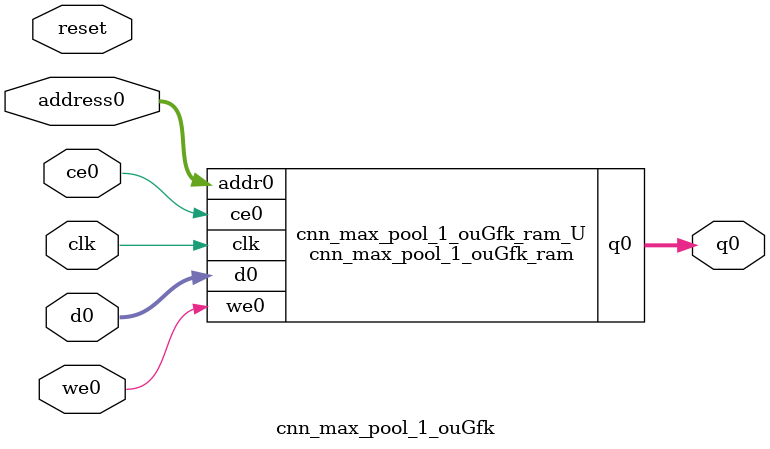
<source format=v>
`timescale 1 ns / 1 ps
module cnn_max_pool_1_ouGfk_ram (addr0, ce0, d0, we0, q0,  clk);

parameter DWIDTH = 14;
parameter AWIDTH = 10;
parameter MEM_SIZE = 1014;

input[AWIDTH-1:0] addr0;
input ce0;
input[DWIDTH-1:0] d0;
input we0;
output reg[DWIDTH-1:0] q0;
input clk;

(* ram_style = "block" *)reg [DWIDTH-1:0] ram[0:MEM_SIZE-1];




always @(posedge clk)  
begin 
    if (ce0) 
    begin
        if (we0) 
        begin 
            ram[addr0] <= d0; 
        end 
        q0 <= ram[addr0];
    end
end


endmodule

`timescale 1 ns / 1 ps
module cnn_max_pool_1_ouGfk(
    reset,
    clk,
    address0,
    ce0,
    we0,
    d0,
    q0);

parameter DataWidth = 32'd14;
parameter AddressRange = 32'd1014;
parameter AddressWidth = 32'd10;
input reset;
input clk;
input[AddressWidth - 1:0] address0;
input ce0;
input we0;
input[DataWidth - 1:0] d0;
output[DataWidth - 1:0] q0;



cnn_max_pool_1_ouGfk_ram cnn_max_pool_1_ouGfk_ram_U(
    .clk( clk ),
    .addr0( address0 ),
    .ce0( ce0 ),
    .we0( we0 ),
    .d0( d0 ),
    .q0( q0 ));

endmodule


</source>
